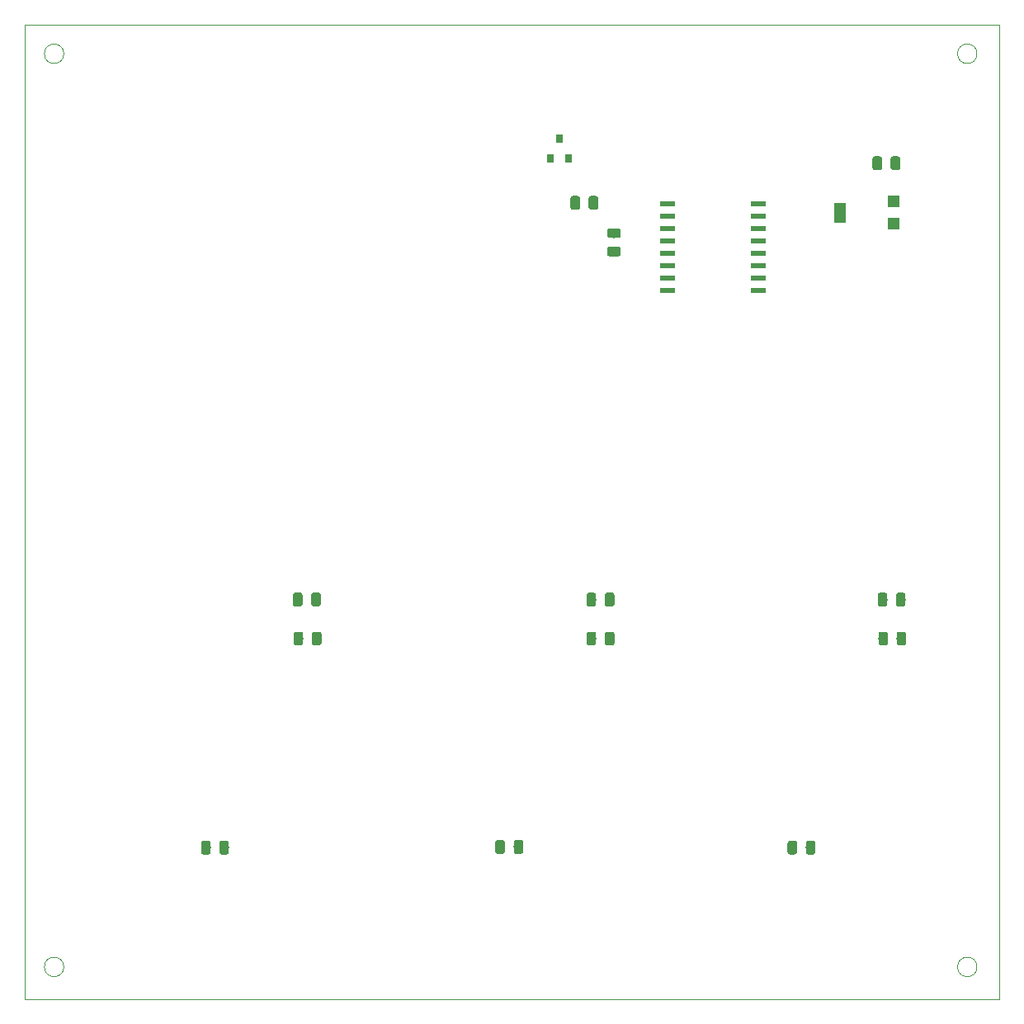
<source format=gbr>
%TF.GenerationSoftware,KiCad,Pcbnew,(5.0.0)*%
%TF.CreationDate,2020-03-24T12:10:01+01:00*%
%TF.ProjectId,Schaltplan_Modul2,536368616C74706C616E5F4D6F64756C,rev?*%
%TF.SameCoordinates,Original*%
%TF.FileFunction,Paste,Top*%
%TF.FilePolarity,Positive*%
%FSLAX46Y46*%
G04 Gerber Fmt 4.6, Leading zero omitted, Abs format (unit mm)*
G04 Created by KiCad (PCBNEW (5.0.0)) date 03/24/20 12:10:01*
%MOMM*%
%LPD*%
G01*
G04 APERTURE LIST*
%ADD10C,0.100000*%
%ADD11C,0.150000*%
%ADD12C,0.975000*%
%ADD13R,0.800000X0.900000*%
%ADD14R,1.300000X1.300000*%
%ADD15R,1.300000X2.000000*%
%ADD16R,1.500000X0.600000*%
G04 APERTURE END LIST*
D10*
X98285000Y-141450000D02*
G75*
G03X98285000Y-141450000I-1000000J0D01*
G01*
X191980000Y-141450000D02*
G75*
G03X191980000Y-141450000I-1000000J0D01*
G01*
X191980000Y-47755000D02*
G75*
G03X191980000Y-47755000I-1000000J0D01*
G01*
X98285000Y-47755000D02*
G75*
G03X98285000Y-47755000I-1000000J0D01*
G01*
X94285000Y-144755000D02*
X194285000Y-144755000D01*
X194285000Y-44755000D02*
X194285000Y-144755000D01*
X94285000Y-144755000D02*
X94285000Y-44755000D01*
X94285000Y-44755000D02*
X194285000Y-44755000D01*
D11*
%TO.C,C3*%
G36*
X155217142Y-65683174D02*
X155240803Y-65686684D01*
X155264007Y-65692496D01*
X155286529Y-65700554D01*
X155308153Y-65710782D01*
X155328670Y-65723079D01*
X155347883Y-65737329D01*
X155365607Y-65753393D01*
X155381671Y-65771117D01*
X155395921Y-65790330D01*
X155408218Y-65810847D01*
X155418446Y-65832471D01*
X155426504Y-65854993D01*
X155432316Y-65878197D01*
X155435826Y-65901858D01*
X155437000Y-65925750D01*
X155437000Y-66413250D01*
X155435826Y-66437142D01*
X155432316Y-66460803D01*
X155426504Y-66484007D01*
X155418446Y-66506529D01*
X155408218Y-66528153D01*
X155395921Y-66548670D01*
X155381671Y-66567883D01*
X155365607Y-66585607D01*
X155347883Y-66601671D01*
X155328670Y-66615921D01*
X155308153Y-66628218D01*
X155286529Y-66638446D01*
X155264007Y-66646504D01*
X155240803Y-66652316D01*
X155217142Y-66655826D01*
X155193250Y-66657000D01*
X154280750Y-66657000D01*
X154256858Y-66655826D01*
X154233197Y-66652316D01*
X154209993Y-66646504D01*
X154187471Y-66638446D01*
X154165847Y-66628218D01*
X154145330Y-66615921D01*
X154126117Y-66601671D01*
X154108393Y-66585607D01*
X154092329Y-66567883D01*
X154078079Y-66548670D01*
X154065782Y-66528153D01*
X154055554Y-66506529D01*
X154047496Y-66484007D01*
X154041684Y-66460803D01*
X154038174Y-66437142D01*
X154037000Y-66413250D01*
X154037000Y-65925750D01*
X154038174Y-65901858D01*
X154041684Y-65878197D01*
X154047496Y-65854993D01*
X154055554Y-65832471D01*
X154065782Y-65810847D01*
X154078079Y-65790330D01*
X154092329Y-65771117D01*
X154108393Y-65753393D01*
X154126117Y-65737329D01*
X154145330Y-65723079D01*
X154165847Y-65710782D01*
X154187471Y-65700554D01*
X154209993Y-65692496D01*
X154233197Y-65686684D01*
X154256858Y-65683174D01*
X154280750Y-65682000D01*
X155193250Y-65682000D01*
X155217142Y-65683174D01*
X155217142Y-65683174D01*
G37*
D12*
X154737000Y-66169500D03*
D11*
G36*
X155217142Y-67558174D02*
X155240803Y-67561684D01*
X155264007Y-67567496D01*
X155286529Y-67575554D01*
X155308153Y-67585782D01*
X155328670Y-67598079D01*
X155347883Y-67612329D01*
X155365607Y-67628393D01*
X155381671Y-67646117D01*
X155395921Y-67665330D01*
X155408218Y-67685847D01*
X155418446Y-67707471D01*
X155426504Y-67729993D01*
X155432316Y-67753197D01*
X155435826Y-67776858D01*
X155437000Y-67800750D01*
X155437000Y-68288250D01*
X155435826Y-68312142D01*
X155432316Y-68335803D01*
X155426504Y-68359007D01*
X155418446Y-68381529D01*
X155408218Y-68403153D01*
X155395921Y-68423670D01*
X155381671Y-68442883D01*
X155365607Y-68460607D01*
X155347883Y-68476671D01*
X155328670Y-68490921D01*
X155308153Y-68503218D01*
X155286529Y-68513446D01*
X155264007Y-68521504D01*
X155240803Y-68527316D01*
X155217142Y-68530826D01*
X155193250Y-68532000D01*
X154280750Y-68532000D01*
X154256858Y-68530826D01*
X154233197Y-68527316D01*
X154209993Y-68521504D01*
X154187471Y-68513446D01*
X154165847Y-68503218D01*
X154145330Y-68490921D01*
X154126117Y-68476671D01*
X154108393Y-68460607D01*
X154092329Y-68442883D01*
X154078079Y-68423670D01*
X154065782Y-68403153D01*
X154055554Y-68381529D01*
X154047496Y-68359007D01*
X154041684Y-68335803D01*
X154038174Y-68312142D01*
X154037000Y-68288250D01*
X154037000Y-67800750D01*
X154038174Y-67776858D01*
X154041684Y-67753197D01*
X154047496Y-67729993D01*
X154055554Y-67707471D01*
X154065782Y-67685847D01*
X154078079Y-67665330D01*
X154092329Y-67646117D01*
X154108393Y-67628393D01*
X154126117Y-67612329D01*
X154145330Y-67598079D01*
X154165847Y-67585782D01*
X154187471Y-67575554D01*
X154209993Y-67567496D01*
X154233197Y-67561684D01*
X154256858Y-67558174D01*
X154280750Y-67557000D01*
X155193250Y-67557000D01*
X155217142Y-67558174D01*
X155217142Y-67558174D01*
G37*
D12*
X154737000Y-68044500D03*
%TD*%
D13*
%TO.C,Q1*%
X149149000Y-56455000D03*
X150099000Y-58455000D03*
X148199000Y-58455000D03*
%TD*%
D14*
%TO.C,RV1*%
X183395000Y-62909000D03*
D15*
X177895000Y-64059000D03*
D14*
X183395000Y-65209000D03*
%TD*%
D16*
%TO.C,U1*%
X160247000Y-72060000D03*
X160247000Y-70790000D03*
X160247000Y-69520000D03*
X160247000Y-68250000D03*
X160247000Y-66980000D03*
X160247000Y-65710000D03*
X160247000Y-64440000D03*
X160247000Y-63170000D03*
X169547000Y-63170000D03*
X169547000Y-64440000D03*
X169547000Y-65710000D03*
X169547000Y-66980000D03*
X169547000Y-68250000D03*
X169547000Y-69520000D03*
X169547000Y-70790000D03*
X169547000Y-72060000D03*
%TD*%
D11*
%TO.C,C4*%
G36*
X154552642Y-103056174D02*
X154576303Y-103059684D01*
X154599507Y-103065496D01*
X154622029Y-103073554D01*
X154643653Y-103083782D01*
X154664170Y-103096079D01*
X154683383Y-103110329D01*
X154701107Y-103126393D01*
X154717171Y-103144117D01*
X154731421Y-103163330D01*
X154743718Y-103183847D01*
X154753946Y-103205471D01*
X154762004Y-103227993D01*
X154767816Y-103251197D01*
X154771326Y-103274858D01*
X154772500Y-103298750D01*
X154772500Y-104211250D01*
X154771326Y-104235142D01*
X154767816Y-104258803D01*
X154762004Y-104282007D01*
X154753946Y-104304529D01*
X154743718Y-104326153D01*
X154731421Y-104346670D01*
X154717171Y-104365883D01*
X154701107Y-104383607D01*
X154683383Y-104399671D01*
X154664170Y-104413921D01*
X154643653Y-104426218D01*
X154622029Y-104436446D01*
X154599507Y-104444504D01*
X154576303Y-104450316D01*
X154552642Y-104453826D01*
X154528750Y-104455000D01*
X154041250Y-104455000D01*
X154017358Y-104453826D01*
X153993697Y-104450316D01*
X153970493Y-104444504D01*
X153947971Y-104436446D01*
X153926347Y-104426218D01*
X153905830Y-104413921D01*
X153886617Y-104399671D01*
X153868893Y-104383607D01*
X153852829Y-104365883D01*
X153838579Y-104346670D01*
X153826282Y-104326153D01*
X153816054Y-104304529D01*
X153807996Y-104282007D01*
X153802184Y-104258803D01*
X153798674Y-104235142D01*
X153797500Y-104211250D01*
X153797500Y-103298750D01*
X153798674Y-103274858D01*
X153802184Y-103251197D01*
X153807996Y-103227993D01*
X153816054Y-103205471D01*
X153826282Y-103183847D01*
X153838579Y-103163330D01*
X153852829Y-103144117D01*
X153868893Y-103126393D01*
X153886617Y-103110329D01*
X153905830Y-103096079D01*
X153926347Y-103083782D01*
X153947971Y-103073554D01*
X153970493Y-103065496D01*
X153993697Y-103059684D01*
X154017358Y-103056174D01*
X154041250Y-103055000D01*
X154528750Y-103055000D01*
X154552642Y-103056174D01*
X154552642Y-103056174D01*
G37*
D12*
X154285000Y-103755000D03*
D11*
G36*
X152677642Y-103056174D02*
X152701303Y-103059684D01*
X152724507Y-103065496D01*
X152747029Y-103073554D01*
X152768653Y-103083782D01*
X152789170Y-103096079D01*
X152808383Y-103110329D01*
X152826107Y-103126393D01*
X152842171Y-103144117D01*
X152856421Y-103163330D01*
X152868718Y-103183847D01*
X152878946Y-103205471D01*
X152887004Y-103227993D01*
X152892816Y-103251197D01*
X152896326Y-103274858D01*
X152897500Y-103298750D01*
X152897500Y-104211250D01*
X152896326Y-104235142D01*
X152892816Y-104258803D01*
X152887004Y-104282007D01*
X152878946Y-104304529D01*
X152868718Y-104326153D01*
X152856421Y-104346670D01*
X152842171Y-104365883D01*
X152826107Y-104383607D01*
X152808383Y-104399671D01*
X152789170Y-104413921D01*
X152768653Y-104426218D01*
X152747029Y-104436446D01*
X152724507Y-104444504D01*
X152701303Y-104450316D01*
X152677642Y-104453826D01*
X152653750Y-104455000D01*
X152166250Y-104455000D01*
X152142358Y-104453826D01*
X152118697Y-104450316D01*
X152095493Y-104444504D01*
X152072971Y-104436446D01*
X152051347Y-104426218D01*
X152030830Y-104413921D01*
X152011617Y-104399671D01*
X151993893Y-104383607D01*
X151977829Y-104365883D01*
X151963579Y-104346670D01*
X151951282Y-104326153D01*
X151941054Y-104304529D01*
X151932996Y-104282007D01*
X151927184Y-104258803D01*
X151923674Y-104235142D01*
X151922500Y-104211250D01*
X151922500Y-103298750D01*
X151923674Y-103274858D01*
X151927184Y-103251197D01*
X151932996Y-103227993D01*
X151941054Y-103205471D01*
X151951282Y-103183847D01*
X151963579Y-103163330D01*
X151977829Y-103144117D01*
X151993893Y-103126393D01*
X152011617Y-103110329D01*
X152030830Y-103096079D01*
X152051347Y-103083782D01*
X152072971Y-103073554D01*
X152095493Y-103065496D01*
X152118697Y-103059684D01*
X152142358Y-103056174D01*
X152166250Y-103055000D01*
X152653750Y-103055000D01*
X152677642Y-103056174D01*
X152677642Y-103056174D01*
G37*
D12*
X152410000Y-103755000D03*
%TD*%
D11*
%TO.C,R7*%
G36*
X114999642Y-128511174D02*
X115023303Y-128514684D01*
X115046507Y-128520496D01*
X115069029Y-128528554D01*
X115090653Y-128538782D01*
X115111170Y-128551079D01*
X115130383Y-128565329D01*
X115148107Y-128581393D01*
X115164171Y-128599117D01*
X115178421Y-128618330D01*
X115190718Y-128638847D01*
X115200946Y-128660471D01*
X115209004Y-128682993D01*
X115214816Y-128706197D01*
X115218326Y-128729858D01*
X115219500Y-128753750D01*
X115219500Y-129666250D01*
X115218326Y-129690142D01*
X115214816Y-129713803D01*
X115209004Y-129737007D01*
X115200946Y-129759529D01*
X115190718Y-129781153D01*
X115178421Y-129801670D01*
X115164171Y-129820883D01*
X115148107Y-129838607D01*
X115130383Y-129854671D01*
X115111170Y-129868921D01*
X115090653Y-129881218D01*
X115069029Y-129891446D01*
X115046507Y-129899504D01*
X115023303Y-129905316D01*
X114999642Y-129908826D01*
X114975750Y-129910000D01*
X114488250Y-129910000D01*
X114464358Y-129908826D01*
X114440697Y-129905316D01*
X114417493Y-129899504D01*
X114394971Y-129891446D01*
X114373347Y-129881218D01*
X114352830Y-129868921D01*
X114333617Y-129854671D01*
X114315893Y-129838607D01*
X114299829Y-129820883D01*
X114285579Y-129801670D01*
X114273282Y-129781153D01*
X114263054Y-129759529D01*
X114254996Y-129737007D01*
X114249184Y-129713803D01*
X114245674Y-129690142D01*
X114244500Y-129666250D01*
X114244500Y-128753750D01*
X114245674Y-128729858D01*
X114249184Y-128706197D01*
X114254996Y-128682993D01*
X114263054Y-128660471D01*
X114273282Y-128638847D01*
X114285579Y-128618330D01*
X114299829Y-128599117D01*
X114315893Y-128581393D01*
X114333617Y-128565329D01*
X114352830Y-128551079D01*
X114373347Y-128538782D01*
X114394971Y-128528554D01*
X114417493Y-128520496D01*
X114440697Y-128514684D01*
X114464358Y-128511174D01*
X114488250Y-128510000D01*
X114975750Y-128510000D01*
X114999642Y-128511174D01*
X114999642Y-128511174D01*
G37*
D12*
X114732000Y-129210000D03*
D11*
G36*
X113124642Y-128511174D02*
X113148303Y-128514684D01*
X113171507Y-128520496D01*
X113194029Y-128528554D01*
X113215653Y-128538782D01*
X113236170Y-128551079D01*
X113255383Y-128565329D01*
X113273107Y-128581393D01*
X113289171Y-128599117D01*
X113303421Y-128618330D01*
X113315718Y-128638847D01*
X113325946Y-128660471D01*
X113334004Y-128682993D01*
X113339816Y-128706197D01*
X113343326Y-128729858D01*
X113344500Y-128753750D01*
X113344500Y-129666250D01*
X113343326Y-129690142D01*
X113339816Y-129713803D01*
X113334004Y-129737007D01*
X113325946Y-129759529D01*
X113315718Y-129781153D01*
X113303421Y-129801670D01*
X113289171Y-129820883D01*
X113273107Y-129838607D01*
X113255383Y-129854671D01*
X113236170Y-129868921D01*
X113215653Y-129881218D01*
X113194029Y-129891446D01*
X113171507Y-129899504D01*
X113148303Y-129905316D01*
X113124642Y-129908826D01*
X113100750Y-129910000D01*
X112613250Y-129910000D01*
X112589358Y-129908826D01*
X112565697Y-129905316D01*
X112542493Y-129899504D01*
X112519971Y-129891446D01*
X112498347Y-129881218D01*
X112477830Y-129868921D01*
X112458617Y-129854671D01*
X112440893Y-129838607D01*
X112424829Y-129820883D01*
X112410579Y-129801670D01*
X112398282Y-129781153D01*
X112388054Y-129759529D01*
X112379996Y-129737007D01*
X112374184Y-129713803D01*
X112370674Y-129690142D01*
X112369500Y-129666250D01*
X112369500Y-128753750D01*
X112370674Y-128729858D01*
X112374184Y-128706197D01*
X112379996Y-128682993D01*
X112388054Y-128660471D01*
X112398282Y-128638847D01*
X112410579Y-128618330D01*
X112424829Y-128599117D01*
X112440893Y-128581393D01*
X112458617Y-128565329D01*
X112477830Y-128551079D01*
X112498347Y-128538782D01*
X112519971Y-128528554D01*
X112542493Y-128520496D01*
X112565697Y-128514684D01*
X112589358Y-128511174D01*
X112613250Y-128510000D01*
X113100750Y-128510000D01*
X113124642Y-128511174D01*
X113124642Y-128511174D01*
G37*
D12*
X112857000Y-129210000D03*
%TD*%
D11*
%TO.C,C1*%
G36*
X182007142Y-58280174D02*
X182030803Y-58283684D01*
X182054007Y-58289496D01*
X182076529Y-58297554D01*
X182098153Y-58307782D01*
X182118670Y-58320079D01*
X182137883Y-58334329D01*
X182155607Y-58350393D01*
X182171671Y-58368117D01*
X182185921Y-58387330D01*
X182198218Y-58407847D01*
X182208446Y-58429471D01*
X182216504Y-58451993D01*
X182222316Y-58475197D01*
X182225826Y-58498858D01*
X182227000Y-58522750D01*
X182227000Y-59435250D01*
X182225826Y-59459142D01*
X182222316Y-59482803D01*
X182216504Y-59506007D01*
X182208446Y-59528529D01*
X182198218Y-59550153D01*
X182185921Y-59570670D01*
X182171671Y-59589883D01*
X182155607Y-59607607D01*
X182137883Y-59623671D01*
X182118670Y-59637921D01*
X182098153Y-59650218D01*
X182076529Y-59660446D01*
X182054007Y-59668504D01*
X182030803Y-59674316D01*
X182007142Y-59677826D01*
X181983250Y-59679000D01*
X181495750Y-59679000D01*
X181471858Y-59677826D01*
X181448197Y-59674316D01*
X181424993Y-59668504D01*
X181402471Y-59660446D01*
X181380847Y-59650218D01*
X181360330Y-59637921D01*
X181341117Y-59623671D01*
X181323393Y-59607607D01*
X181307329Y-59589883D01*
X181293079Y-59570670D01*
X181280782Y-59550153D01*
X181270554Y-59528529D01*
X181262496Y-59506007D01*
X181256684Y-59482803D01*
X181253174Y-59459142D01*
X181252000Y-59435250D01*
X181252000Y-58522750D01*
X181253174Y-58498858D01*
X181256684Y-58475197D01*
X181262496Y-58451993D01*
X181270554Y-58429471D01*
X181280782Y-58407847D01*
X181293079Y-58387330D01*
X181307329Y-58368117D01*
X181323393Y-58350393D01*
X181341117Y-58334329D01*
X181360330Y-58320079D01*
X181380847Y-58307782D01*
X181402471Y-58297554D01*
X181424993Y-58289496D01*
X181448197Y-58283684D01*
X181471858Y-58280174D01*
X181495750Y-58279000D01*
X181983250Y-58279000D01*
X182007142Y-58280174D01*
X182007142Y-58280174D01*
G37*
D12*
X181739500Y-58979000D03*
D11*
G36*
X183882142Y-58280174D02*
X183905803Y-58283684D01*
X183929007Y-58289496D01*
X183951529Y-58297554D01*
X183973153Y-58307782D01*
X183993670Y-58320079D01*
X184012883Y-58334329D01*
X184030607Y-58350393D01*
X184046671Y-58368117D01*
X184060921Y-58387330D01*
X184073218Y-58407847D01*
X184083446Y-58429471D01*
X184091504Y-58451993D01*
X184097316Y-58475197D01*
X184100826Y-58498858D01*
X184102000Y-58522750D01*
X184102000Y-59435250D01*
X184100826Y-59459142D01*
X184097316Y-59482803D01*
X184091504Y-59506007D01*
X184083446Y-59528529D01*
X184073218Y-59550153D01*
X184060921Y-59570670D01*
X184046671Y-59589883D01*
X184030607Y-59607607D01*
X184012883Y-59623671D01*
X183993670Y-59637921D01*
X183973153Y-59650218D01*
X183951529Y-59660446D01*
X183929007Y-59668504D01*
X183905803Y-59674316D01*
X183882142Y-59677826D01*
X183858250Y-59679000D01*
X183370750Y-59679000D01*
X183346858Y-59677826D01*
X183323197Y-59674316D01*
X183299993Y-59668504D01*
X183277471Y-59660446D01*
X183255847Y-59650218D01*
X183235330Y-59637921D01*
X183216117Y-59623671D01*
X183198393Y-59607607D01*
X183182329Y-59589883D01*
X183168079Y-59570670D01*
X183155782Y-59550153D01*
X183145554Y-59528529D01*
X183137496Y-59506007D01*
X183131684Y-59482803D01*
X183128174Y-59459142D01*
X183127000Y-59435250D01*
X183127000Y-58522750D01*
X183128174Y-58498858D01*
X183131684Y-58475197D01*
X183137496Y-58451993D01*
X183145554Y-58429471D01*
X183155782Y-58407847D01*
X183168079Y-58387330D01*
X183182329Y-58368117D01*
X183198393Y-58350393D01*
X183216117Y-58334329D01*
X183235330Y-58320079D01*
X183255847Y-58307782D01*
X183277471Y-58297554D01*
X183299993Y-58289496D01*
X183323197Y-58283684D01*
X183346858Y-58280174D01*
X183370750Y-58279000D01*
X183858250Y-58279000D01*
X183882142Y-58280174D01*
X183882142Y-58280174D01*
G37*
D12*
X183614500Y-58979000D03*
%TD*%
D11*
%TO.C,C2*%
G36*
X184427642Y-103056174D02*
X184451303Y-103059684D01*
X184474507Y-103065496D01*
X184497029Y-103073554D01*
X184518653Y-103083782D01*
X184539170Y-103096079D01*
X184558383Y-103110329D01*
X184576107Y-103126393D01*
X184592171Y-103144117D01*
X184606421Y-103163330D01*
X184618718Y-103183847D01*
X184628946Y-103205471D01*
X184637004Y-103227993D01*
X184642816Y-103251197D01*
X184646326Y-103274858D01*
X184647500Y-103298750D01*
X184647500Y-104211250D01*
X184646326Y-104235142D01*
X184642816Y-104258803D01*
X184637004Y-104282007D01*
X184628946Y-104304529D01*
X184618718Y-104326153D01*
X184606421Y-104346670D01*
X184592171Y-104365883D01*
X184576107Y-104383607D01*
X184558383Y-104399671D01*
X184539170Y-104413921D01*
X184518653Y-104426218D01*
X184497029Y-104436446D01*
X184474507Y-104444504D01*
X184451303Y-104450316D01*
X184427642Y-104453826D01*
X184403750Y-104455000D01*
X183916250Y-104455000D01*
X183892358Y-104453826D01*
X183868697Y-104450316D01*
X183845493Y-104444504D01*
X183822971Y-104436446D01*
X183801347Y-104426218D01*
X183780830Y-104413921D01*
X183761617Y-104399671D01*
X183743893Y-104383607D01*
X183727829Y-104365883D01*
X183713579Y-104346670D01*
X183701282Y-104326153D01*
X183691054Y-104304529D01*
X183682996Y-104282007D01*
X183677184Y-104258803D01*
X183673674Y-104235142D01*
X183672500Y-104211250D01*
X183672500Y-103298750D01*
X183673674Y-103274858D01*
X183677184Y-103251197D01*
X183682996Y-103227993D01*
X183691054Y-103205471D01*
X183701282Y-103183847D01*
X183713579Y-103163330D01*
X183727829Y-103144117D01*
X183743893Y-103126393D01*
X183761617Y-103110329D01*
X183780830Y-103096079D01*
X183801347Y-103083782D01*
X183822971Y-103073554D01*
X183845493Y-103065496D01*
X183868697Y-103059684D01*
X183892358Y-103056174D01*
X183916250Y-103055000D01*
X184403750Y-103055000D01*
X184427642Y-103056174D01*
X184427642Y-103056174D01*
G37*
D12*
X184160000Y-103755000D03*
D11*
G36*
X182552642Y-103056174D02*
X182576303Y-103059684D01*
X182599507Y-103065496D01*
X182622029Y-103073554D01*
X182643653Y-103083782D01*
X182664170Y-103096079D01*
X182683383Y-103110329D01*
X182701107Y-103126393D01*
X182717171Y-103144117D01*
X182731421Y-103163330D01*
X182743718Y-103183847D01*
X182753946Y-103205471D01*
X182762004Y-103227993D01*
X182767816Y-103251197D01*
X182771326Y-103274858D01*
X182772500Y-103298750D01*
X182772500Y-104211250D01*
X182771326Y-104235142D01*
X182767816Y-104258803D01*
X182762004Y-104282007D01*
X182753946Y-104304529D01*
X182743718Y-104326153D01*
X182731421Y-104346670D01*
X182717171Y-104365883D01*
X182701107Y-104383607D01*
X182683383Y-104399671D01*
X182664170Y-104413921D01*
X182643653Y-104426218D01*
X182622029Y-104436446D01*
X182599507Y-104444504D01*
X182576303Y-104450316D01*
X182552642Y-104453826D01*
X182528750Y-104455000D01*
X182041250Y-104455000D01*
X182017358Y-104453826D01*
X181993697Y-104450316D01*
X181970493Y-104444504D01*
X181947971Y-104436446D01*
X181926347Y-104426218D01*
X181905830Y-104413921D01*
X181886617Y-104399671D01*
X181868893Y-104383607D01*
X181852829Y-104365883D01*
X181838579Y-104346670D01*
X181826282Y-104326153D01*
X181816054Y-104304529D01*
X181807996Y-104282007D01*
X181802184Y-104258803D01*
X181798674Y-104235142D01*
X181797500Y-104211250D01*
X181797500Y-103298750D01*
X181798674Y-103274858D01*
X181802184Y-103251197D01*
X181807996Y-103227993D01*
X181816054Y-103205471D01*
X181826282Y-103183847D01*
X181838579Y-103163330D01*
X181852829Y-103144117D01*
X181868893Y-103126393D01*
X181886617Y-103110329D01*
X181905830Y-103096079D01*
X181926347Y-103083782D01*
X181947971Y-103073554D01*
X181970493Y-103065496D01*
X181993697Y-103059684D01*
X182017358Y-103056174D01*
X182041250Y-103055000D01*
X182528750Y-103055000D01*
X182552642Y-103056174D01*
X182552642Y-103056174D01*
G37*
D12*
X182285000Y-103755000D03*
%TD*%
D11*
%TO.C,C5*%
G36*
X124427642Y-103056174D02*
X124451303Y-103059684D01*
X124474507Y-103065496D01*
X124497029Y-103073554D01*
X124518653Y-103083782D01*
X124539170Y-103096079D01*
X124558383Y-103110329D01*
X124576107Y-103126393D01*
X124592171Y-103144117D01*
X124606421Y-103163330D01*
X124618718Y-103183847D01*
X124628946Y-103205471D01*
X124637004Y-103227993D01*
X124642816Y-103251197D01*
X124646326Y-103274858D01*
X124647500Y-103298750D01*
X124647500Y-104211250D01*
X124646326Y-104235142D01*
X124642816Y-104258803D01*
X124637004Y-104282007D01*
X124628946Y-104304529D01*
X124618718Y-104326153D01*
X124606421Y-104346670D01*
X124592171Y-104365883D01*
X124576107Y-104383607D01*
X124558383Y-104399671D01*
X124539170Y-104413921D01*
X124518653Y-104426218D01*
X124497029Y-104436446D01*
X124474507Y-104444504D01*
X124451303Y-104450316D01*
X124427642Y-104453826D01*
X124403750Y-104455000D01*
X123916250Y-104455000D01*
X123892358Y-104453826D01*
X123868697Y-104450316D01*
X123845493Y-104444504D01*
X123822971Y-104436446D01*
X123801347Y-104426218D01*
X123780830Y-104413921D01*
X123761617Y-104399671D01*
X123743893Y-104383607D01*
X123727829Y-104365883D01*
X123713579Y-104346670D01*
X123701282Y-104326153D01*
X123691054Y-104304529D01*
X123682996Y-104282007D01*
X123677184Y-104258803D01*
X123673674Y-104235142D01*
X123672500Y-104211250D01*
X123672500Y-103298750D01*
X123673674Y-103274858D01*
X123677184Y-103251197D01*
X123682996Y-103227993D01*
X123691054Y-103205471D01*
X123701282Y-103183847D01*
X123713579Y-103163330D01*
X123727829Y-103144117D01*
X123743893Y-103126393D01*
X123761617Y-103110329D01*
X123780830Y-103096079D01*
X123801347Y-103083782D01*
X123822971Y-103073554D01*
X123845493Y-103065496D01*
X123868697Y-103059684D01*
X123892358Y-103056174D01*
X123916250Y-103055000D01*
X124403750Y-103055000D01*
X124427642Y-103056174D01*
X124427642Y-103056174D01*
G37*
D12*
X124160000Y-103755000D03*
D11*
G36*
X122552642Y-103056174D02*
X122576303Y-103059684D01*
X122599507Y-103065496D01*
X122622029Y-103073554D01*
X122643653Y-103083782D01*
X122664170Y-103096079D01*
X122683383Y-103110329D01*
X122701107Y-103126393D01*
X122717171Y-103144117D01*
X122731421Y-103163330D01*
X122743718Y-103183847D01*
X122753946Y-103205471D01*
X122762004Y-103227993D01*
X122767816Y-103251197D01*
X122771326Y-103274858D01*
X122772500Y-103298750D01*
X122772500Y-104211250D01*
X122771326Y-104235142D01*
X122767816Y-104258803D01*
X122762004Y-104282007D01*
X122753946Y-104304529D01*
X122743718Y-104326153D01*
X122731421Y-104346670D01*
X122717171Y-104365883D01*
X122701107Y-104383607D01*
X122683383Y-104399671D01*
X122664170Y-104413921D01*
X122643653Y-104426218D01*
X122622029Y-104436446D01*
X122599507Y-104444504D01*
X122576303Y-104450316D01*
X122552642Y-104453826D01*
X122528750Y-104455000D01*
X122041250Y-104455000D01*
X122017358Y-104453826D01*
X121993697Y-104450316D01*
X121970493Y-104444504D01*
X121947971Y-104436446D01*
X121926347Y-104426218D01*
X121905830Y-104413921D01*
X121886617Y-104399671D01*
X121868893Y-104383607D01*
X121852829Y-104365883D01*
X121838579Y-104346670D01*
X121826282Y-104326153D01*
X121816054Y-104304529D01*
X121807996Y-104282007D01*
X121802184Y-104258803D01*
X121798674Y-104235142D01*
X121797500Y-104211250D01*
X121797500Y-103298750D01*
X121798674Y-103274858D01*
X121802184Y-103251197D01*
X121807996Y-103227993D01*
X121816054Y-103205471D01*
X121826282Y-103183847D01*
X121838579Y-103163330D01*
X121852829Y-103144117D01*
X121868893Y-103126393D01*
X121886617Y-103110329D01*
X121905830Y-103096079D01*
X121926347Y-103083782D01*
X121947971Y-103073554D01*
X121970493Y-103065496D01*
X121993697Y-103059684D01*
X122017358Y-103056174D01*
X122041250Y-103055000D01*
X122528750Y-103055000D01*
X122552642Y-103056174D01*
X122552642Y-103056174D01*
G37*
D12*
X122285000Y-103755000D03*
%TD*%
D11*
%TO.C,R8*%
G36*
X124490142Y-107056174D02*
X124513803Y-107059684D01*
X124537007Y-107065496D01*
X124559529Y-107073554D01*
X124581153Y-107083782D01*
X124601670Y-107096079D01*
X124620883Y-107110329D01*
X124638607Y-107126393D01*
X124654671Y-107144117D01*
X124668921Y-107163330D01*
X124681218Y-107183847D01*
X124691446Y-107205471D01*
X124699504Y-107227993D01*
X124705316Y-107251197D01*
X124708826Y-107274858D01*
X124710000Y-107298750D01*
X124710000Y-108211250D01*
X124708826Y-108235142D01*
X124705316Y-108258803D01*
X124699504Y-108282007D01*
X124691446Y-108304529D01*
X124681218Y-108326153D01*
X124668921Y-108346670D01*
X124654671Y-108365883D01*
X124638607Y-108383607D01*
X124620883Y-108399671D01*
X124601670Y-108413921D01*
X124581153Y-108426218D01*
X124559529Y-108436446D01*
X124537007Y-108444504D01*
X124513803Y-108450316D01*
X124490142Y-108453826D01*
X124466250Y-108455000D01*
X123978750Y-108455000D01*
X123954858Y-108453826D01*
X123931197Y-108450316D01*
X123907993Y-108444504D01*
X123885471Y-108436446D01*
X123863847Y-108426218D01*
X123843330Y-108413921D01*
X123824117Y-108399671D01*
X123806393Y-108383607D01*
X123790329Y-108365883D01*
X123776079Y-108346670D01*
X123763782Y-108326153D01*
X123753554Y-108304529D01*
X123745496Y-108282007D01*
X123739684Y-108258803D01*
X123736174Y-108235142D01*
X123735000Y-108211250D01*
X123735000Y-107298750D01*
X123736174Y-107274858D01*
X123739684Y-107251197D01*
X123745496Y-107227993D01*
X123753554Y-107205471D01*
X123763782Y-107183847D01*
X123776079Y-107163330D01*
X123790329Y-107144117D01*
X123806393Y-107126393D01*
X123824117Y-107110329D01*
X123843330Y-107096079D01*
X123863847Y-107083782D01*
X123885471Y-107073554D01*
X123907993Y-107065496D01*
X123931197Y-107059684D01*
X123954858Y-107056174D01*
X123978750Y-107055000D01*
X124466250Y-107055000D01*
X124490142Y-107056174D01*
X124490142Y-107056174D01*
G37*
D12*
X124222500Y-107755000D03*
D11*
G36*
X122615142Y-107056174D02*
X122638803Y-107059684D01*
X122662007Y-107065496D01*
X122684529Y-107073554D01*
X122706153Y-107083782D01*
X122726670Y-107096079D01*
X122745883Y-107110329D01*
X122763607Y-107126393D01*
X122779671Y-107144117D01*
X122793921Y-107163330D01*
X122806218Y-107183847D01*
X122816446Y-107205471D01*
X122824504Y-107227993D01*
X122830316Y-107251197D01*
X122833826Y-107274858D01*
X122835000Y-107298750D01*
X122835000Y-108211250D01*
X122833826Y-108235142D01*
X122830316Y-108258803D01*
X122824504Y-108282007D01*
X122816446Y-108304529D01*
X122806218Y-108326153D01*
X122793921Y-108346670D01*
X122779671Y-108365883D01*
X122763607Y-108383607D01*
X122745883Y-108399671D01*
X122726670Y-108413921D01*
X122706153Y-108426218D01*
X122684529Y-108436446D01*
X122662007Y-108444504D01*
X122638803Y-108450316D01*
X122615142Y-108453826D01*
X122591250Y-108455000D01*
X122103750Y-108455000D01*
X122079858Y-108453826D01*
X122056197Y-108450316D01*
X122032993Y-108444504D01*
X122010471Y-108436446D01*
X121988847Y-108426218D01*
X121968330Y-108413921D01*
X121949117Y-108399671D01*
X121931393Y-108383607D01*
X121915329Y-108365883D01*
X121901079Y-108346670D01*
X121888782Y-108326153D01*
X121878554Y-108304529D01*
X121870496Y-108282007D01*
X121864684Y-108258803D01*
X121861174Y-108235142D01*
X121860000Y-108211250D01*
X121860000Y-107298750D01*
X121861174Y-107274858D01*
X121864684Y-107251197D01*
X121870496Y-107227993D01*
X121878554Y-107205471D01*
X121888782Y-107183847D01*
X121901079Y-107163330D01*
X121915329Y-107144117D01*
X121931393Y-107126393D01*
X121949117Y-107110329D01*
X121968330Y-107096079D01*
X121988847Y-107083782D01*
X122010471Y-107073554D01*
X122032993Y-107065496D01*
X122056197Y-107059684D01*
X122079858Y-107056174D01*
X122103750Y-107055000D01*
X122591250Y-107055000D01*
X122615142Y-107056174D01*
X122615142Y-107056174D01*
G37*
D12*
X122347500Y-107755000D03*
%TD*%
D11*
%TO.C,R2*%
G36*
X151019142Y-62344174D02*
X151042803Y-62347684D01*
X151066007Y-62353496D01*
X151088529Y-62361554D01*
X151110153Y-62371782D01*
X151130670Y-62384079D01*
X151149883Y-62398329D01*
X151167607Y-62414393D01*
X151183671Y-62432117D01*
X151197921Y-62451330D01*
X151210218Y-62471847D01*
X151220446Y-62493471D01*
X151228504Y-62515993D01*
X151234316Y-62539197D01*
X151237826Y-62562858D01*
X151239000Y-62586750D01*
X151239000Y-63499250D01*
X151237826Y-63523142D01*
X151234316Y-63546803D01*
X151228504Y-63570007D01*
X151220446Y-63592529D01*
X151210218Y-63614153D01*
X151197921Y-63634670D01*
X151183671Y-63653883D01*
X151167607Y-63671607D01*
X151149883Y-63687671D01*
X151130670Y-63701921D01*
X151110153Y-63714218D01*
X151088529Y-63724446D01*
X151066007Y-63732504D01*
X151042803Y-63738316D01*
X151019142Y-63741826D01*
X150995250Y-63743000D01*
X150507750Y-63743000D01*
X150483858Y-63741826D01*
X150460197Y-63738316D01*
X150436993Y-63732504D01*
X150414471Y-63724446D01*
X150392847Y-63714218D01*
X150372330Y-63701921D01*
X150353117Y-63687671D01*
X150335393Y-63671607D01*
X150319329Y-63653883D01*
X150305079Y-63634670D01*
X150292782Y-63614153D01*
X150282554Y-63592529D01*
X150274496Y-63570007D01*
X150268684Y-63546803D01*
X150265174Y-63523142D01*
X150264000Y-63499250D01*
X150264000Y-62586750D01*
X150265174Y-62562858D01*
X150268684Y-62539197D01*
X150274496Y-62515993D01*
X150282554Y-62493471D01*
X150292782Y-62471847D01*
X150305079Y-62451330D01*
X150319329Y-62432117D01*
X150335393Y-62414393D01*
X150353117Y-62398329D01*
X150372330Y-62384079D01*
X150392847Y-62371782D01*
X150414471Y-62361554D01*
X150436993Y-62353496D01*
X150460197Y-62347684D01*
X150483858Y-62344174D01*
X150507750Y-62343000D01*
X150995250Y-62343000D01*
X151019142Y-62344174D01*
X151019142Y-62344174D01*
G37*
D12*
X150751500Y-63043000D03*
D11*
G36*
X152894142Y-62344174D02*
X152917803Y-62347684D01*
X152941007Y-62353496D01*
X152963529Y-62361554D01*
X152985153Y-62371782D01*
X153005670Y-62384079D01*
X153024883Y-62398329D01*
X153042607Y-62414393D01*
X153058671Y-62432117D01*
X153072921Y-62451330D01*
X153085218Y-62471847D01*
X153095446Y-62493471D01*
X153103504Y-62515993D01*
X153109316Y-62539197D01*
X153112826Y-62562858D01*
X153114000Y-62586750D01*
X153114000Y-63499250D01*
X153112826Y-63523142D01*
X153109316Y-63546803D01*
X153103504Y-63570007D01*
X153095446Y-63592529D01*
X153085218Y-63614153D01*
X153072921Y-63634670D01*
X153058671Y-63653883D01*
X153042607Y-63671607D01*
X153024883Y-63687671D01*
X153005670Y-63701921D01*
X152985153Y-63714218D01*
X152963529Y-63724446D01*
X152941007Y-63732504D01*
X152917803Y-63738316D01*
X152894142Y-63741826D01*
X152870250Y-63743000D01*
X152382750Y-63743000D01*
X152358858Y-63741826D01*
X152335197Y-63738316D01*
X152311993Y-63732504D01*
X152289471Y-63724446D01*
X152267847Y-63714218D01*
X152247330Y-63701921D01*
X152228117Y-63687671D01*
X152210393Y-63671607D01*
X152194329Y-63653883D01*
X152180079Y-63634670D01*
X152167782Y-63614153D01*
X152157554Y-63592529D01*
X152149496Y-63570007D01*
X152143684Y-63546803D01*
X152140174Y-63523142D01*
X152139000Y-63499250D01*
X152139000Y-62586750D01*
X152140174Y-62562858D01*
X152143684Y-62539197D01*
X152149496Y-62515993D01*
X152157554Y-62493471D01*
X152167782Y-62471847D01*
X152180079Y-62451330D01*
X152194329Y-62432117D01*
X152210393Y-62414393D01*
X152228117Y-62398329D01*
X152247330Y-62384079D01*
X152267847Y-62371782D01*
X152289471Y-62361554D01*
X152311993Y-62353496D01*
X152335197Y-62347684D01*
X152358858Y-62344174D01*
X152382750Y-62343000D01*
X152870250Y-62343000D01*
X152894142Y-62344174D01*
X152894142Y-62344174D01*
G37*
D12*
X152626500Y-63043000D03*
%TD*%
D11*
%TO.C,R1*%
G36*
X184490142Y-107056174D02*
X184513803Y-107059684D01*
X184537007Y-107065496D01*
X184559529Y-107073554D01*
X184581153Y-107083782D01*
X184601670Y-107096079D01*
X184620883Y-107110329D01*
X184638607Y-107126393D01*
X184654671Y-107144117D01*
X184668921Y-107163330D01*
X184681218Y-107183847D01*
X184691446Y-107205471D01*
X184699504Y-107227993D01*
X184705316Y-107251197D01*
X184708826Y-107274858D01*
X184710000Y-107298750D01*
X184710000Y-108211250D01*
X184708826Y-108235142D01*
X184705316Y-108258803D01*
X184699504Y-108282007D01*
X184691446Y-108304529D01*
X184681218Y-108326153D01*
X184668921Y-108346670D01*
X184654671Y-108365883D01*
X184638607Y-108383607D01*
X184620883Y-108399671D01*
X184601670Y-108413921D01*
X184581153Y-108426218D01*
X184559529Y-108436446D01*
X184537007Y-108444504D01*
X184513803Y-108450316D01*
X184490142Y-108453826D01*
X184466250Y-108455000D01*
X183978750Y-108455000D01*
X183954858Y-108453826D01*
X183931197Y-108450316D01*
X183907993Y-108444504D01*
X183885471Y-108436446D01*
X183863847Y-108426218D01*
X183843330Y-108413921D01*
X183824117Y-108399671D01*
X183806393Y-108383607D01*
X183790329Y-108365883D01*
X183776079Y-108346670D01*
X183763782Y-108326153D01*
X183753554Y-108304529D01*
X183745496Y-108282007D01*
X183739684Y-108258803D01*
X183736174Y-108235142D01*
X183735000Y-108211250D01*
X183735000Y-107298750D01*
X183736174Y-107274858D01*
X183739684Y-107251197D01*
X183745496Y-107227993D01*
X183753554Y-107205471D01*
X183763782Y-107183847D01*
X183776079Y-107163330D01*
X183790329Y-107144117D01*
X183806393Y-107126393D01*
X183824117Y-107110329D01*
X183843330Y-107096079D01*
X183863847Y-107083782D01*
X183885471Y-107073554D01*
X183907993Y-107065496D01*
X183931197Y-107059684D01*
X183954858Y-107056174D01*
X183978750Y-107055000D01*
X184466250Y-107055000D01*
X184490142Y-107056174D01*
X184490142Y-107056174D01*
G37*
D12*
X184222500Y-107755000D03*
D11*
G36*
X182615142Y-107056174D02*
X182638803Y-107059684D01*
X182662007Y-107065496D01*
X182684529Y-107073554D01*
X182706153Y-107083782D01*
X182726670Y-107096079D01*
X182745883Y-107110329D01*
X182763607Y-107126393D01*
X182779671Y-107144117D01*
X182793921Y-107163330D01*
X182806218Y-107183847D01*
X182816446Y-107205471D01*
X182824504Y-107227993D01*
X182830316Y-107251197D01*
X182833826Y-107274858D01*
X182835000Y-107298750D01*
X182835000Y-108211250D01*
X182833826Y-108235142D01*
X182830316Y-108258803D01*
X182824504Y-108282007D01*
X182816446Y-108304529D01*
X182806218Y-108326153D01*
X182793921Y-108346670D01*
X182779671Y-108365883D01*
X182763607Y-108383607D01*
X182745883Y-108399671D01*
X182726670Y-108413921D01*
X182706153Y-108426218D01*
X182684529Y-108436446D01*
X182662007Y-108444504D01*
X182638803Y-108450316D01*
X182615142Y-108453826D01*
X182591250Y-108455000D01*
X182103750Y-108455000D01*
X182079858Y-108453826D01*
X182056197Y-108450316D01*
X182032993Y-108444504D01*
X182010471Y-108436446D01*
X181988847Y-108426218D01*
X181968330Y-108413921D01*
X181949117Y-108399671D01*
X181931393Y-108383607D01*
X181915329Y-108365883D01*
X181901079Y-108346670D01*
X181888782Y-108326153D01*
X181878554Y-108304529D01*
X181870496Y-108282007D01*
X181864684Y-108258803D01*
X181861174Y-108235142D01*
X181860000Y-108211250D01*
X181860000Y-107298750D01*
X181861174Y-107274858D01*
X181864684Y-107251197D01*
X181870496Y-107227993D01*
X181878554Y-107205471D01*
X181888782Y-107183847D01*
X181901079Y-107163330D01*
X181915329Y-107144117D01*
X181931393Y-107126393D01*
X181949117Y-107110329D01*
X181968330Y-107096079D01*
X181988847Y-107083782D01*
X182010471Y-107073554D01*
X182032993Y-107065496D01*
X182056197Y-107059684D01*
X182079858Y-107056174D01*
X182103750Y-107055000D01*
X182591250Y-107055000D01*
X182615142Y-107056174D01*
X182615142Y-107056174D01*
G37*
D12*
X182347500Y-107755000D03*
%TD*%
D11*
%TO.C,R3*%
G36*
X175173642Y-128511174D02*
X175197303Y-128514684D01*
X175220507Y-128520496D01*
X175243029Y-128528554D01*
X175264653Y-128538782D01*
X175285170Y-128551079D01*
X175304383Y-128565329D01*
X175322107Y-128581393D01*
X175338171Y-128599117D01*
X175352421Y-128618330D01*
X175364718Y-128638847D01*
X175374946Y-128660471D01*
X175383004Y-128682993D01*
X175388816Y-128706197D01*
X175392326Y-128729858D01*
X175393500Y-128753750D01*
X175393500Y-129666250D01*
X175392326Y-129690142D01*
X175388816Y-129713803D01*
X175383004Y-129737007D01*
X175374946Y-129759529D01*
X175364718Y-129781153D01*
X175352421Y-129801670D01*
X175338171Y-129820883D01*
X175322107Y-129838607D01*
X175304383Y-129854671D01*
X175285170Y-129868921D01*
X175264653Y-129881218D01*
X175243029Y-129891446D01*
X175220507Y-129899504D01*
X175197303Y-129905316D01*
X175173642Y-129908826D01*
X175149750Y-129910000D01*
X174662250Y-129910000D01*
X174638358Y-129908826D01*
X174614697Y-129905316D01*
X174591493Y-129899504D01*
X174568971Y-129891446D01*
X174547347Y-129881218D01*
X174526830Y-129868921D01*
X174507617Y-129854671D01*
X174489893Y-129838607D01*
X174473829Y-129820883D01*
X174459579Y-129801670D01*
X174447282Y-129781153D01*
X174437054Y-129759529D01*
X174428996Y-129737007D01*
X174423184Y-129713803D01*
X174419674Y-129690142D01*
X174418500Y-129666250D01*
X174418500Y-128753750D01*
X174419674Y-128729858D01*
X174423184Y-128706197D01*
X174428996Y-128682993D01*
X174437054Y-128660471D01*
X174447282Y-128638847D01*
X174459579Y-128618330D01*
X174473829Y-128599117D01*
X174489893Y-128581393D01*
X174507617Y-128565329D01*
X174526830Y-128551079D01*
X174547347Y-128538782D01*
X174568971Y-128528554D01*
X174591493Y-128520496D01*
X174614697Y-128514684D01*
X174638358Y-128511174D01*
X174662250Y-128510000D01*
X175149750Y-128510000D01*
X175173642Y-128511174D01*
X175173642Y-128511174D01*
G37*
D12*
X174906000Y-129210000D03*
D11*
G36*
X173298642Y-128511174D02*
X173322303Y-128514684D01*
X173345507Y-128520496D01*
X173368029Y-128528554D01*
X173389653Y-128538782D01*
X173410170Y-128551079D01*
X173429383Y-128565329D01*
X173447107Y-128581393D01*
X173463171Y-128599117D01*
X173477421Y-128618330D01*
X173489718Y-128638847D01*
X173499946Y-128660471D01*
X173508004Y-128682993D01*
X173513816Y-128706197D01*
X173517326Y-128729858D01*
X173518500Y-128753750D01*
X173518500Y-129666250D01*
X173517326Y-129690142D01*
X173513816Y-129713803D01*
X173508004Y-129737007D01*
X173499946Y-129759529D01*
X173489718Y-129781153D01*
X173477421Y-129801670D01*
X173463171Y-129820883D01*
X173447107Y-129838607D01*
X173429383Y-129854671D01*
X173410170Y-129868921D01*
X173389653Y-129881218D01*
X173368029Y-129891446D01*
X173345507Y-129899504D01*
X173322303Y-129905316D01*
X173298642Y-129908826D01*
X173274750Y-129910000D01*
X172787250Y-129910000D01*
X172763358Y-129908826D01*
X172739697Y-129905316D01*
X172716493Y-129899504D01*
X172693971Y-129891446D01*
X172672347Y-129881218D01*
X172651830Y-129868921D01*
X172632617Y-129854671D01*
X172614893Y-129838607D01*
X172598829Y-129820883D01*
X172584579Y-129801670D01*
X172572282Y-129781153D01*
X172562054Y-129759529D01*
X172553996Y-129737007D01*
X172548184Y-129713803D01*
X172544674Y-129690142D01*
X172543500Y-129666250D01*
X172543500Y-128753750D01*
X172544674Y-128729858D01*
X172548184Y-128706197D01*
X172553996Y-128682993D01*
X172562054Y-128660471D01*
X172572282Y-128638847D01*
X172584579Y-128618330D01*
X172598829Y-128599117D01*
X172614893Y-128581393D01*
X172632617Y-128565329D01*
X172651830Y-128551079D01*
X172672347Y-128538782D01*
X172693971Y-128528554D01*
X172716493Y-128520496D01*
X172739697Y-128514684D01*
X172763358Y-128511174D01*
X172787250Y-128510000D01*
X173274750Y-128510000D01*
X173298642Y-128511174D01*
X173298642Y-128511174D01*
G37*
D12*
X173031000Y-129210000D03*
%TD*%
D11*
%TO.C,R5*%
G36*
X145195642Y-128437174D02*
X145219303Y-128440684D01*
X145242507Y-128446496D01*
X145265029Y-128454554D01*
X145286653Y-128464782D01*
X145307170Y-128477079D01*
X145326383Y-128491329D01*
X145344107Y-128507393D01*
X145360171Y-128525117D01*
X145374421Y-128544330D01*
X145386718Y-128564847D01*
X145396946Y-128586471D01*
X145405004Y-128608993D01*
X145410816Y-128632197D01*
X145414326Y-128655858D01*
X145415500Y-128679750D01*
X145415500Y-129592250D01*
X145414326Y-129616142D01*
X145410816Y-129639803D01*
X145405004Y-129663007D01*
X145396946Y-129685529D01*
X145386718Y-129707153D01*
X145374421Y-129727670D01*
X145360171Y-129746883D01*
X145344107Y-129764607D01*
X145326383Y-129780671D01*
X145307170Y-129794921D01*
X145286653Y-129807218D01*
X145265029Y-129817446D01*
X145242507Y-129825504D01*
X145219303Y-129831316D01*
X145195642Y-129834826D01*
X145171750Y-129836000D01*
X144684250Y-129836000D01*
X144660358Y-129834826D01*
X144636697Y-129831316D01*
X144613493Y-129825504D01*
X144590971Y-129817446D01*
X144569347Y-129807218D01*
X144548830Y-129794921D01*
X144529617Y-129780671D01*
X144511893Y-129764607D01*
X144495829Y-129746883D01*
X144481579Y-129727670D01*
X144469282Y-129707153D01*
X144459054Y-129685529D01*
X144450996Y-129663007D01*
X144445184Y-129639803D01*
X144441674Y-129616142D01*
X144440500Y-129592250D01*
X144440500Y-128679750D01*
X144441674Y-128655858D01*
X144445184Y-128632197D01*
X144450996Y-128608993D01*
X144459054Y-128586471D01*
X144469282Y-128564847D01*
X144481579Y-128544330D01*
X144495829Y-128525117D01*
X144511893Y-128507393D01*
X144529617Y-128491329D01*
X144548830Y-128477079D01*
X144569347Y-128464782D01*
X144590971Y-128454554D01*
X144613493Y-128446496D01*
X144636697Y-128440684D01*
X144660358Y-128437174D01*
X144684250Y-128436000D01*
X145171750Y-128436000D01*
X145195642Y-128437174D01*
X145195642Y-128437174D01*
G37*
D12*
X144928000Y-129136000D03*
D11*
G36*
X143320642Y-128437174D02*
X143344303Y-128440684D01*
X143367507Y-128446496D01*
X143390029Y-128454554D01*
X143411653Y-128464782D01*
X143432170Y-128477079D01*
X143451383Y-128491329D01*
X143469107Y-128507393D01*
X143485171Y-128525117D01*
X143499421Y-128544330D01*
X143511718Y-128564847D01*
X143521946Y-128586471D01*
X143530004Y-128608993D01*
X143535816Y-128632197D01*
X143539326Y-128655858D01*
X143540500Y-128679750D01*
X143540500Y-129592250D01*
X143539326Y-129616142D01*
X143535816Y-129639803D01*
X143530004Y-129663007D01*
X143521946Y-129685529D01*
X143511718Y-129707153D01*
X143499421Y-129727670D01*
X143485171Y-129746883D01*
X143469107Y-129764607D01*
X143451383Y-129780671D01*
X143432170Y-129794921D01*
X143411653Y-129807218D01*
X143390029Y-129817446D01*
X143367507Y-129825504D01*
X143344303Y-129831316D01*
X143320642Y-129834826D01*
X143296750Y-129836000D01*
X142809250Y-129836000D01*
X142785358Y-129834826D01*
X142761697Y-129831316D01*
X142738493Y-129825504D01*
X142715971Y-129817446D01*
X142694347Y-129807218D01*
X142673830Y-129794921D01*
X142654617Y-129780671D01*
X142636893Y-129764607D01*
X142620829Y-129746883D01*
X142606579Y-129727670D01*
X142594282Y-129707153D01*
X142584054Y-129685529D01*
X142575996Y-129663007D01*
X142570184Y-129639803D01*
X142566674Y-129616142D01*
X142565500Y-129592250D01*
X142565500Y-128679750D01*
X142566674Y-128655858D01*
X142570184Y-128632197D01*
X142575996Y-128608993D01*
X142584054Y-128586471D01*
X142594282Y-128564847D01*
X142606579Y-128544330D01*
X142620829Y-128525117D01*
X142636893Y-128507393D01*
X142654617Y-128491329D01*
X142673830Y-128477079D01*
X142694347Y-128464782D01*
X142715971Y-128454554D01*
X142738493Y-128446496D01*
X142761697Y-128440684D01*
X142785358Y-128437174D01*
X142809250Y-128436000D01*
X143296750Y-128436000D01*
X143320642Y-128437174D01*
X143320642Y-128437174D01*
G37*
D12*
X143053000Y-129136000D03*
%TD*%
D11*
%TO.C,R6*%
G36*
X154552642Y-107056174D02*
X154576303Y-107059684D01*
X154599507Y-107065496D01*
X154622029Y-107073554D01*
X154643653Y-107083782D01*
X154664170Y-107096079D01*
X154683383Y-107110329D01*
X154701107Y-107126393D01*
X154717171Y-107144117D01*
X154731421Y-107163330D01*
X154743718Y-107183847D01*
X154753946Y-107205471D01*
X154762004Y-107227993D01*
X154767816Y-107251197D01*
X154771326Y-107274858D01*
X154772500Y-107298750D01*
X154772500Y-108211250D01*
X154771326Y-108235142D01*
X154767816Y-108258803D01*
X154762004Y-108282007D01*
X154753946Y-108304529D01*
X154743718Y-108326153D01*
X154731421Y-108346670D01*
X154717171Y-108365883D01*
X154701107Y-108383607D01*
X154683383Y-108399671D01*
X154664170Y-108413921D01*
X154643653Y-108426218D01*
X154622029Y-108436446D01*
X154599507Y-108444504D01*
X154576303Y-108450316D01*
X154552642Y-108453826D01*
X154528750Y-108455000D01*
X154041250Y-108455000D01*
X154017358Y-108453826D01*
X153993697Y-108450316D01*
X153970493Y-108444504D01*
X153947971Y-108436446D01*
X153926347Y-108426218D01*
X153905830Y-108413921D01*
X153886617Y-108399671D01*
X153868893Y-108383607D01*
X153852829Y-108365883D01*
X153838579Y-108346670D01*
X153826282Y-108326153D01*
X153816054Y-108304529D01*
X153807996Y-108282007D01*
X153802184Y-108258803D01*
X153798674Y-108235142D01*
X153797500Y-108211250D01*
X153797500Y-107298750D01*
X153798674Y-107274858D01*
X153802184Y-107251197D01*
X153807996Y-107227993D01*
X153816054Y-107205471D01*
X153826282Y-107183847D01*
X153838579Y-107163330D01*
X153852829Y-107144117D01*
X153868893Y-107126393D01*
X153886617Y-107110329D01*
X153905830Y-107096079D01*
X153926347Y-107083782D01*
X153947971Y-107073554D01*
X153970493Y-107065496D01*
X153993697Y-107059684D01*
X154017358Y-107056174D01*
X154041250Y-107055000D01*
X154528750Y-107055000D01*
X154552642Y-107056174D01*
X154552642Y-107056174D01*
G37*
D12*
X154285000Y-107755000D03*
D11*
G36*
X152677642Y-107056174D02*
X152701303Y-107059684D01*
X152724507Y-107065496D01*
X152747029Y-107073554D01*
X152768653Y-107083782D01*
X152789170Y-107096079D01*
X152808383Y-107110329D01*
X152826107Y-107126393D01*
X152842171Y-107144117D01*
X152856421Y-107163330D01*
X152868718Y-107183847D01*
X152878946Y-107205471D01*
X152887004Y-107227993D01*
X152892816Y-107251197D01*
X152896326Y-107274858D01*
X152897500Y-107298750D01*
X152897500Y-108211250D01*
X152896326Y-108235142D01*
X152892816Y-108258803D01*
X152887004Y-108282007D01*
X152878946Y-108304529D01*
X152868718Y-108326153D01*
X152856421Y-108346670D01*
X152842171Y-108365883D01*
X152826107Y-108383607D01*
X152808383Y-108399671D01*
X152789170Y-108413921D01*
X152768653Y-108426218D01*
X152747029Y-108436446D01*
X152724507Y-108444504D01*
X152701303Y-108450316D01*
X152677642Y-108453826D01*
X152653750Y-108455000D01*
X152166250Y-108455000D01*
X152142358Y-108453826D01*
X152118697Y-108450316D01*
X152095493Y-108444504D01*
X152072971Y-108436446D01*
X152051347Y-108426218D01*
X152030830Y-108413921D01*
X152011617Y-108399671D01*
X151993893Y-108383607D01*
X151977829Y-108365883D01*
X151963579Y-108346670D01*
X151951282Y-108326153D01*
X151941054Y-108304529D01*
X151932996Y-108282007D01*
X151927184Y-108258803D01*
X151923674Y-108235142D01*
X151922500Y-108211250D01*
X151922500Y-107298750D01*
X151923674Y-107274858D01*
X151927184Y-107251197D01*
X151932996Y-107227993D01*
X151941054Y-107205471D01*
X151951282Y-107183847D01*
X151963579Y-107163330D01*
X151977829Y-107144117D01*
X151993893Y-107126393D01*
X152011617Y-107110329D01*
X152030830Y-107096079D01*
X152051347Y-107083782D01*
X152072971Y-107073554D01*
X152095493Y-107065496D01*
X152118697Y-107059684D01*
X152142358Y-107056174D01*
X152166250Y-107055000D01*
X152653750Y-107055000D01*
X152677642Y-107056174D01*
X152677642Y-107056174D01*
G37*
D12*
X152410000Y-107755000D03*
%TD*%
M02*

</source>
